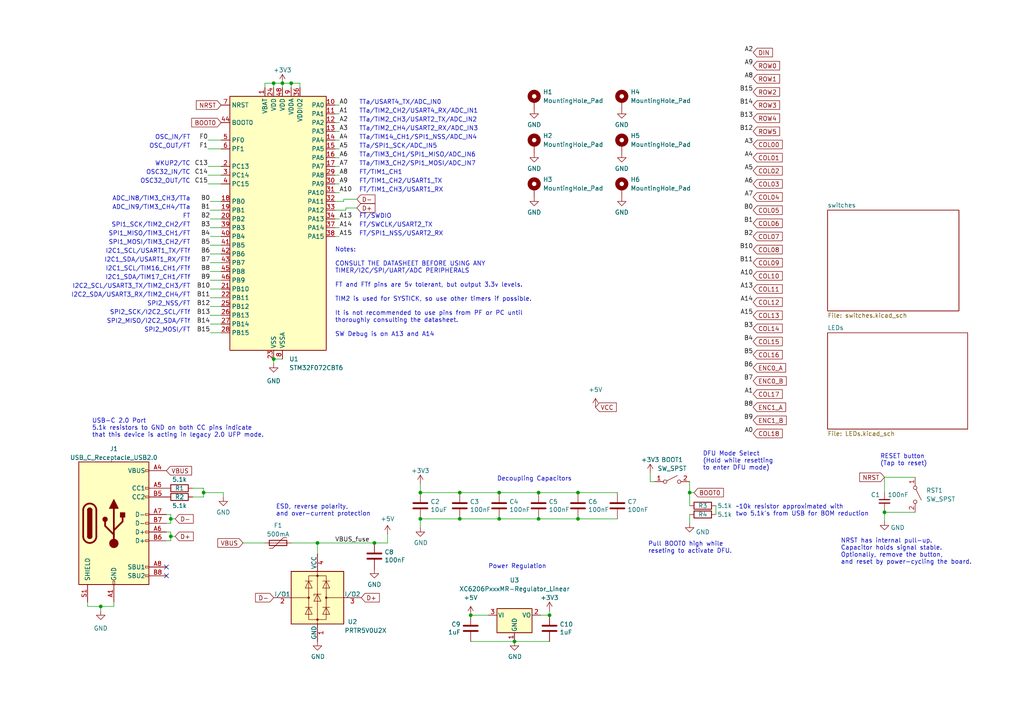
<source format=kicad_sch>
(kicad_sch (version 20231120) (generator "eeschema") (generator_version "8.0")
  (paper "A4")
  (lib_symbols
    (symbol "+5V_1" (power) (pin_names (offset 0))
      (property "Value" "+5V_1" (at 0 3.556 0))
      (symbol "+5V_1_0_1"
        (polyline (pts (xy -0.762 1.27) (xy 0 2.54)))
        (polyline (pts (xy 0 0) (xy 0 2.54)))
        (polyline (pts (xy 0 2.54) (xy 0.762 1.27)))
      )
      (symbol "+5V_1_1_1"
        (pin power_in line (at 0 0 90) (length 0) hide (name "+5V") (number "1"))
      )
    )
    (symbol "Connector:USB_C_Receptacle_USB2.0" (pin_names (offset 1.016))
      (property "Reference" "J" (at -10.16 19.05 0))
      (property "Value" "USB_C_Receptacle_USB2.0" (at 19.05 19.05 0))
      (symbol "USB_C_Receptacle_USB2.0_0_0"
        (rectangle (start -0.254 -17.78) (end 0.254 -16.764))
        (rectangle (start 10.16 -14.986) (end 9.144 -15.494))
        (rectangle (start 10.16 -12.446) (end 9.144 -12.954))
        (rectangle (start 10.16 -4.826) (end 9.144 -5.334))
        (rectangle (start 10.16 -2.286) (end 9.144 -2.794))
        (rectangle (start 10.16 0.254) (end 9.144 -0.254))
        (rectangle (start 10.16 2.794) (end 9.144 2.286))
        (rectangle (start 10.16 7.874) (end 9.144 7.366))
        (rectangle (start 10.16 10.414) (end 9.144 9.906))
        (rectangle (start 10.16 15.494) (end 9.144 14.986))
      )
      (symbol "USB_C_Receptacle_USB2.0_0_1"
        (rectangle (start -10.16 17.78) (end 10.16 -17.78) (stroke (width 0.254)) (fill (type background)))
        (arc (start -8.89 -3.81) (mid -6.985 -5.7067) (end -5.08 -3.81) (stroke (width 0.508)))
        (arc (start -7.62 -3.81) (mid -6.985 -4.4423) (end -6.35 -3.81) (stroke (width 0.254)))
        (arc (start -7.62 -3.81) (mid -6.985 -4.4423) (end -6.35 -3.81) (stroke (width 0.254)) (fill (type outline)))
        (rectangle (start -7.62 -3.81) (end -6.35 3.81) (stroke (width 0.254)) (fill (type outline)))
        (arc (start -6.35 3.81) (mid -6.985 4.4423) (end -7.62 3.81) (stroke (width 0.254)))
        (arc (start -6.35 3.81) (mid -6.985 4.4423) (end -7.62 3.81) (stroke (width 0.254)) (fill (type outline)))
        (arc (start -5.08 3.81) (mid -6.985 5.7067) (end -8.89 3.81) (stroke (width 0.508)))
        (circle (center -2.54 1.143) (radius 0.635) (stroke (width 0.254)) (fill (type outline)))
        (circle (center 0 -5.842) (radius 1.27) (fill (type outline)))
        (polyline (pts (xy -8.89 -3.81) (xy -8.89 3.81)) (stroke (width 0.508)))
        (polyline (pts (xy -5.08 3.81) (xy -5.08 -3.81)) (stroke (width 0.508)))
        (polyline (pts (xy 0 -5.842) (xy 0 4.318)) (stroke (width 0.508)))
        (polyline (pts (xy 0 -3.302) (xy -2.54 -0.762) (xy -2.54 0.508)) (stroke (width 0.508)))
        (polyline (pts (xy 0 -2.032) (xy 2.54 0.508) (xy 2.54 1.778)) (stroke (width 0.508)))
        (polyline (pts (xy -1.27 4.318) (xy 0 6.858) (xy 1.27 4.318) (xy -1.27 4.318)) (stroke (width 0.254)) (fill (type outline)))
        (rectangle (start 1.905 1.778) (end 3.175 3.048) (stroke (width 0.254)) (fill (type outline)))
      )
      (symbol "USB_C_Receptacle_USB2.0_1_1"
        (pin passive line (at 0 -22.86 90) (length 5.08) (name "GND") (number "A1"))
        (pin passive line (at 0 -22.86 90) (length 5.08) hide (name "GND") (number "A12"))
        (pin passive line (at 15.24 15.24 180) (length 5.08) (name "VBUS") (number "A4"))
        (pin bidirectional line (at 15.24 10.16 180) (length 5.08) (name "CC1") (number "A5"))
        (pin bidirectional line (at 15.24 -2.54 180) (length 5.08) (name "D+") (number "A6"))
        (pin bidirectional line (at 15.24 2.54 180) (length 5.08) (name "D-") (number "A7"))
        (pin bidirectional line (at 15.24 -12.7 180) (length 5.08) (name "SBU1") (number "A8"))
        (pin passive line (at 15.24 15.24 180) (length 5.08) hide (name "VBUS") (number "A9"))
        (pin passive line (at 0 -22.86 90) (length 5.08) hide (name "GND") (number "B1"))
        (pin passive line (at 0 -22.86 90) (length 5.08) hide (name "GND") (number "B12"))
        (pin passive line (at 15.24 15.24 180) (length 5.08) hide (name "VBUS") (number "B4"))
        (pin bidirectional line (at 15.24 7.62 180) (length 5.08) (name "CC2") (number "B5"))
        (pin bidirectional line (at 15.24 -5.08 180) (length 5.08) (name "D+") (number "B6"))
        (pin bidirectional line (at 15.24 0 180) (length 5.08) (name "D-") (number "B7"))
        (pin bidirectional line (at 15.24 -15.24 180) (length 5.08) (name "SBU2") (number "B8"))
        (pin passive line (at 15.24 15.24 180) (length 5.08) hide (name "VBUS") (number "B9"))
        (pin passive line (at -7.62 -22.86 90) (length 5.08) (name "SHIELD") (number "S1"))
      )
    )
    (symbol "Device:C" (pin_numbers hide) (pin_names (offset 0.254))
      (property "Reference" "C" (at 0.635 2.54 0))
      (property "Value" "C" (at 0.635 -2.54 0))
      (symbol "C_0_1"
        (polyline (pts (xy -2.032 -0.762) (xy 2.032 -0.762)) (stroke (width 0.508)))
        (polyline (pts (xy -2.032 0.762) (xy 2.032 0.762)) (stroke (width 0.508)))
      )
      (symbol "C_1_1"
        (pin passive line (at 0 3.81 270) (length 2.794) (name "~") (number "1"))
        (pin passive line (at 0 -3.81 90) (length 2.794) (name "~") (number "2"))
      )
    )
    (symbol "Device:C_Small" (pin_numbers hide) (pin_names (offset 0.254) hide)
      (property "Reference" "C" (at 0.254 1.778 0))
      (property "Value" "C_Small" (at 0.254 -2.032 0))
      (symbol "C_Small_0_1"
        (polyline (pts (xy -1.524 -0.508) (xy 1.524 -0.508)) (stroke (width 0.3302)))
        (polyline (pts (xy -1.524 0.508) (xy 1.524 0.508)) (stroke (width 0.3048)))
      )
      (symbol "C_Small_1_1"
        (pin passive line (at 0 2.54 270) (length 2.032) (name "~") (number "1"))
        (pin passive line (at 0 -2.54 90) (length 2.032) (name "~") (number "2"))
      )
    )
    (symbol "Device:Polyfuse" (pin_numbers hide) (pin_names (offset 0))
      (property "Reference" "F" (at -2.54 0 90))
      (property "Value" "Polyfuse" (at 2.54 0 90))
      (symbol "Polyfuse_0_1"
        (rectangle (start -0.762 2.54) (end 0.762 -2.54) (stroke (width 0.254)))
        (polyline (pts (xy 0 2.54) (xy 0 -2.54)))
        (polyline (pts (xy -1.524 2.54) (xy -1.524 1.524) (xy 1.524 -1.524) (xy 1.524 -2.54)))
      )
      (symbol "Polyfuse_1_1"
        (pin passive line (at 0 3.81 270) (length 1.27) (name "~") (number "1"))
        (pin passive line (at 0 -3.81 90) (length 1.27) (name "~") (number "2"))
      )
    )
    (symbol "Device:R" (pin_numbers hide) (pin_names (offset 0))
      (property "Reference" "R" (at 2.032 0 90))
      (property "Value" "R" (at 0 0 90))
      (symbol "R_0_1"
        (rectangle (start -1.016 -2.54) (end 1.016 2.54) (stroke (width 0.254)))
      )
      (symbol "R_1_1"
        (pin passive line (at 0 3.81 270) (length 1.27) (name "~") (number "1"))
        (pin passive line (at 0 -3.81 90) (length 1.27) (name "~") (number "2"))
      )
    )
    (symbol "MCU_ST_STM32F0:STM32F072CBTx"
      (property "Reference" "U" (at -12.7 39.37 0))
      (property "Value" "STM32F072CBTx" (at 10.16 39.37 0))
      (symbol "STM32F072CBTx_0_1"
        (rectangle (start -12.7 -35.56) (end 15.24 38.1) (stroke (width 0.254)) (fill (type background)))
      )
      (symbol "STM32F072CBTx_1_1"
        (pin power_in line (at -2.54 40.64 270) (length 2.54) (name "VBAT") (number "1"))
        (pin bidirectional line (at 17.78 35.56 180) (length 2.54) (name "PA0") (number "10"))
        (pin bidirectional line (at 17.78 33.02 180) (length 2.54) (name "PA1") (number "11"))
        (pin bidirectional line (at 17.78 30.48 180) (length 2.54) (name "PA2") (number "12"))
        (pin bidirectional line (at 17.78 27.94 180) (length 2.54) (name "PA3") (number "13"))
        (pin bidirectional line (at 17.78 25.4 180) (length 2.54) (name "PA4") (number "14"))
        (pin bidirectional line (at 17.78 22.86 180) (length 2.54) (name "PA5") (number "15"))
        (pin bidirectional line (at 17.78 20.32 180) (length 2.54) (name "PA6") (number "16"))
        (pin bidirectional line (at 17.78 17.78 180) (length 2.54) (name "PA7") (number "17"))
        (pin bidirectional line (at -15.24 7.62 0) (length 2.54) (name "PB0") (number "18"))
        (pin bidirectional line (at -15.24 5.08 0) (length 2.54) (name "PB1") (number "19"))
        (pin bidirectional line (at -15.24 17.78 0) (length 2.54) (name "PC13") (number "2"))
        (pin bidirectional line (at -15.24 2.54 0) (length 2.54) (name "PB2") (number "20"))
        (pin bidirectional line (at -15.24 -17.78 0) (length 2.54) (name "PB10") (number "21"))
        (pin bidirectional line (at -15.24 -20.32 0) (length 2.54) (name "PB11") (number "22"))
        (pin power_in line (at 0 -38.1 90) (length 2.54) (name "VSS") (number "23"))
        (pin power_in line (at 0 40.64 270) (length 2.54) (name "VDD") (number "24"))
        (pin bidirectional line (at -15.24 -22.86 0) (length 2.54) (name "PB12") (number "25"))
        (pin bidirectional line (at -15.24 -25.4 0) (length 2.54) (name "PB13") (number "26"))
        (pin bidirectional line (at -15.24 -27.94 0) (length 2.54) (name "PB14") (number "27"))
        (pin bidirectional line (at -15.24 -30.48 0) (length 2.54) (name "PB15") (number "28"))
        (pin bidirectional line (at 17.78 15.24 180) (length 2.54) (name "PA8") (number "29"))
        (pin bidirectional line (at -15.24 15.24 0) (length 2.54) (name "PC14") (number "3"))
        (pin bidirectional line (at 17.78 12.7 180) (length 2.54) (name "PA9") (number "30"))
        (pin bidirectional line (at 17.78 10.16 180) (length 2.54) (name "PA10") (number "31"))
        (pin bidirectional line (at 17.78 7.62 180) (length 2.54) (name "PA11") (number "32"))
        (pin bidirectional line (at 17.78 5.08 180) (length 2.54) (name "PA12") (number "33"))
        (pin bidirectional line (at 17.78 2.54 180) (length 2.54) (name "PA13") (number "34"))
        (pin passive line (at 0 -38.1 90) (length 2.54) hide (name "VSS") (number "35"))
        (pin power_in line (at 7.62 40.64 270) (length 2.54) (name "VDDIO2") (number "36"))
        (pin bidirectional line (at 17.78 0 180) (length 2.54) (name "PA14") (number "37"))
        (pin bidirectional line (at 17.78 -2.54 180) (length 2.54) (name "PA15") (number "38"))
        (pin bidirectional line (at -15.24 0 0) (length 2.54) (name "PB3") (number "39"))
        (pin bidirectional line (at -15.24 12.7 0) (length 2.54) (name "PC15") (number "4"))
        (pin bidirectional line (at -15.24 -2.54 0) (length 2.54) (name "PB4") (number "40"))
        (pin bidirectional line (at -15.24 -5.08 0) (length 2.54) (name "PB5") (number "41"))
        (pin bidirectional line (at -15.24 -7.62 0) (length 2.54) (name "PB6") (number "42"))
        (pin bidirectional line (at -15.24 -10.16 0) (length 2.54) (name "PB7") (number "43"))
        (pin input line (at -15.24 30.48 0) (length 2.54) (name "BOOT0") (number "44"))
        (pin bidirectional line (at -15.24 -12.7 0) (length 2.54) (name "PB8") (number "45"))
        (pin bidirectional line (at -15.24 -15.24 0) (length 2.54) (name "PB9") (number "46"))
        (pin passive line (at 0 -38.1 90) (length 2.54) hide (name "VSS") (number "47"))
        (pin power_in line (at 2.54 40.64 270) (length 2.54) (name "VDD") (number "48"))
        (pin bidirectional line (at -15.24 25.4 0) (length 2.54) (name "PF0") (number "5"))
        (pin bidirectional line (at -15.24 22.86 0) (length 2.54) (name "PF1") (number "6"))
        (pin input line (at -15.24 35.56 0) (length 2.54) (name "NRST") (number "7"))
        (pin power_in line (at 2.54 -38.1 90) (length 2.54) (name "VSSA") (number "8"))
        (pin power_in line (at 5.08 40.64 270) (length 2.54) (name "VDDA") (number "9"))
      )
    )
    (symbol "Mechanical:MountingHole_Pad" (pin_numbers hide) (pin_names (offset 1.016) hide) (exclude_from_sim yes) (in_bom no)
      (property "Reference" "H" (at 0 6.35 0))
      (property "Value" "MountingHole_Pad" (at 0 4.445 0))
      (symbol "MountingHole_Pad_0_1"
        (circle (center 0 1.27) (radius 1.27) (stroke (width 1.27)))
      )
      (symbol "MountingHole_Pad_1_1"
        (pin input line (at 0 -2.54 90) (length 2.54) (name "1") (number "1"))
      )
    )
    (symbol "Power_Protection:PRTR5V0U2X" (pin_names (offset 0))
      (property "Reference" "D" (at 2.794 8.636 0))
      (property "Value" "PRTR5V0U2X" (at 8.128 -9.398 0))
      (symbol "PRTR5V0U2X_0_1"
        (rectangle (start -7.62 -7.62) (end 7.62 7.62) (stroke (width 0.254)) (fill (type background)))
        (circle (center -2.54 0) (radius 0.254) (fill (type outline)))
        (rectangle (start -2.54 6.35) (end 2.54 -6.35))
        (circle (center 0 -6.35) (radius 0.254) (fill (type outline)))
        (polyline (pts (xy -2.54 0) (xy -7.62 0)))
        (polyline (pts (xy -1.524 -2.794) (xy -3.556 -2.794)))
        (polyline (pts (xy -1.524 4.826) (xy -3.556 4.826)))
        (polyline (pts (xy 0 -7.62) (xy 0 7.62)))
        (polyline (pts (xy 1.524 -2.794) (xy 3.556 -2.794)))
        (polyline (pts (xy 1.524 4.826) (xy 3.556 4.826)))
        (polyline (pts (xy 2.54 0) (xy 7.62 0)))
        (polyline (pts (xy 1.016 1.016) (xy -1.016 1.016) (xy -1.016 0.508)))
        (polyline (pts (xy -3.556 -4.826) (xy -1.524 -4.826) (xy -2.54 -2.794) (xy -3.556 -4.826)))
        (polyline (pts (xy -3.556 2.794) (xy -1.524 2.794) (xy -2.54 4.826) (xy -3.556 2.794)))
        (polyline (pts (xy -1.016 -1.016) (xy 1.016 -1.016) (xy 0 1.016) (xy -1.016 -1.016)))
        (polyline (pts (xy 3.556 -4.826) (xy 1.524 -4.826) (xy 2.54 -2.794) (xy 3.556 -4.826)))
        (polyline (pts (xy 3.556 2.794) (xy 1.524 2.794) (xy 2.54 4.826) (xy 3.556 2.794)))
        (circle (center 0 6.35) (radius 0.254) (fill (type outline)))
        (circle (center 2.54 0) (radius 0.254) (fill (type outline)))
      )
      (symbol "PRTR5V0U2X_1_1"
        (pin passive line (at 0 -12.7 90) (length 5.08) (name "GND") (number "1"))
        (pin passive line (at -12.7 0 0) (length 5.08) (name "I/O1") (number "2"))
        (pin passive line (at 12.7 0 180) (length 5.08) (name "I/O2") (number "3"))
        (pin passive line (at 0 12.7 270) (length 5.08) (name "VCC") (number "4"))
      )
    )
    (symbol "Switch:SW_SPST" (pin_names (offset 0) hide)
      (property "Reference" "SW" (at 0 3.175 0))
      (property "Value" "SW_SPST" (at 0 -2.54 0))
      (symbol "SW_SPST_0_0"
        (circle (center -2.032 0) (radius 0.508))
        (polyline (pts (xy -1.524 0.254) (xy 1.524 1.778)))
        (circle (center 2.032 0) (radius 0.508))
      )
      (symbol "SW_SPST_1_1"
        (pin passive line (at -5.08 0 0) (length 2.54) (name "A") (number "1"))
        (pin passive line (at 5.08 0 180) (length 2.54) (name "B") (number "2"))
      )
    )
    (symbol "kicad-keyboard-parts:XC6206PxxxMR-Regulator_Linear" (pin_names (offset 0.254))
      (property "Reference" "U" (at -3.81 3.175 0))
      (property "Value" "XC6206PxxxMR-Regulator_Linear" (at 0 3.175 0))
      (property "LCSC" "C5446" (at 0 0 0))
      (symbol "XC6206PxxxMR-Regulator_Linear_0_1"
        (rectangle (start -5.08 1.905) (end 5.08 -5.08) (stroke (width 0.254)) (fill (type background)))
      )
      (symbol "XC6206PxxxMR-Regulator_Linear_1_1"
        (pin power_in line (at 0 -7.62 90) (length 2.54) (name "GND") (number "1"))
        (pin power_out line (at 7.62 0 180) (length 2.54) (name "VO") (number "2"))
        (pin power_in line (at -7.62 0 0) (length 2.54) (name "VI") (number "3"))
      )
    )
    (symbol "power:+3V3" (power) (pin_names (offset 0))
      (property "Value" "+3V3" (at 0 3.556 0))
      (symbol "+3V3_0_1"
        (polyline (pts (xy -0.762 1.27) (xy 0 2.54)))
        (polyline (pts (xy 0 0) (xy 0 2.54)))
        (polyline (pts (xy 0 2.54) (xy 0.762 1.27)))
      )
      (symbol "+3V3_1_1"
        (pin power_in line (at 0 0 90) (length 0) hide (name "+3V3") (number "1"))
      )
    )
    (symbol "power:+5V" (power) (pin_names (offset 0))
      (property "Value" "+5V" (at 0 3.556 0))
      (symbol "+5V_0_1"
        (polyline (pts (xy -0.762 1.27) (xy 0 2.54)))
        (polyline (pts (xy 0 0) (xy 0 2.54)))
        (polyline (pts (xy 0 2.54) (xy 0.762 1.27)))
      )
      (symbol "+5V_1_1"
        (pin power_in line (at 0 0 90) (length 0) hide (name "+5V") (number "1"))
      )
    )
    (symbol "power:GND" (power) (pin_names (offset 0))
      (property "Value" "GND" (at 0 -3.81 0))
      (symbol "GND_0_1"
        (polyline (pts (xy 0 0) (xy 0 -1.27) (xy 1.27 -1.27) (xy 0 -2.54) (xy -1.27 -1.27) (xy 0 -1.27)))
      )
      (symbol "GND_1_1"
        (pin power_in line (at 0 0 270) (length 0) hide (name "GND") (number "1"))
      )
    )
  )
  (junction (at 200.025 142.875))
  (junction (at 81.915 24.13))
  (junction (at 159.385 178.435))
  (junction (at 59.055 142.875))
  (junction (at 79.375 24.13))
  (junction (at 156.21 150.495))
  (junction (at 136.525 178.435))
  (junction (at 156.21 142.875))
  (junction (at 121.92 150.495))
  (junction (at 149.225 186.055) (diameter 0.9144))
  (junction (at 256.54 148.59))
  (junction (at 121.92 142.875))
  (junction (at 79.375 104.14))
  (junction (at 144.78 150.495))
  (junction (at 133.35 150.495))
  (junction (at 167.64 150.495))
  (junction (at 167.64 142.875))
  (junction (at 92.075 157.48))
  (junction (at 144.78 142.875))
  (junction (at 108.585 157.48))
  (junction (at 49.53 155.575))
  (junction (at 29.21 175.895))
  (junction (at 49.53 150.495))
  (junction (at 133.35 142.875))
  (junction (at 84.455 24.13))
  (no_connect (at 48.26 167.005))
  (no_connect (at 48.26 164.465))
  (wire (pts (xy 167.64 150.495) (xy 179.07 150.495)))
  (wire (pts (xy 48.26 156.845) (xy 49.53 156.845)))
  (wire (pts (xy 60.96 76.2) (xy 64.135 76.2)))
  (wire (pts (xy 98.425 40.64) (xy 97.155 40.64)))
  (wire (pts (xy 29.21 175.895) (xy 33.02 175.895)))
  (wire (pts (xy 60.96 60.96) (xy 64.135 60.96)))
  (wire (pts (xy 86.995 24.13) (xy 86.995 25.4)))
  (wire (pts (xy 48.26 149.225) (xy 49.53 149.225)))
  (wire (pts (xy 98.425 53.34) (xy 97.155 53.34)))
  (wire (pts (xy 59.055 144.145) (xy 59.055 142.875)))
  (wire (pts (xy 144.78 150.495) (xy 133.35 150.495)))
  (wire (pts (xy 55.88 144.145) (xy 59.055 144.145)))
  (wire (pts (xy 98.425 48.26) (xy 97.155 48.26)))
  (wire (pts (xy 49.53 150.495) (xy 49.53 151.765)))
  (wire (pts (xy 59.055 142.875) (xy 59.055 141.605)))
  (wire (pts (xy 189.865 139.7) (xy 188.595 139.7)))
  (wire (pts (xy 29.21 177.165) (xy 29.21 175.895)))
  (wire (pts (xy 84.455 24.13) (xy 84.455 25.4)))
  (wire (pts (xy 98.425 35.56) (xy 97.155 35.56)))
  (wire (pts (xy 59.055 142.875) (xy 64.77 142.875)))
  (wire (pts (xy 144.78 142.875) (xy 133.35 142.875)))
  (wire (pts (xy 60.96 63.5) (xy 64.135 63.5)))
  (wire (pts (xy 84.455 24.13) (xy 86.995 24.13)))
  (wire (pts (xy 200.025 142.875) (xy 201.295 142.875)))
  (wire (pts (xy 60.96 78.74) (xy 64.135 78.74)))
  (wire (pts (xy 79.375 24.13) (xy 79.375 25.4)))
  (wire (pts (xy 55.88 141.605) (xy 59.055 141.605)))
  (wire (pts (xy 149.225 186.055) (xy 159.385 186.055)))
  (wire (pts (xy 60.96 93.98) (xy 64.135 93.98)))
  (wire (pts (xy 79.375 105.41) (xy 79.375 104.14)))
  (wire (pts (xy 60.96 83.82) (xy 64.135 83.82)))
  (wire (pts (xy 98.425 38.1) (xy 97.155 38.1)))
  (wire (pts (xy 256.54 151.13) (xy 256.54 148.59)))
  (wire (pts (xy 60.96 73.66) (xy 64.135 73.66)))
  (wire (pts (xy 136.525 178.435) (xy 141.605 178.435)))
  (wire (pts (xy 207.645 146.685) (xy 207.645 149.225)))
  (wire (pts (xy 156.21 142.875) (xy 167.64 142.875)))
  (wire (pts (xy 98.425 63.5) (xy 97.155 63.5)))
  (wire (pts (xy 60.96 71.12) (xy 64.135 71.12)))
  (wire (pts (xy 108.585 157.48) (xy 112.395 157.48)))
  (wire (pts (xy 188.595 139.7) (xy 188.595 137.16)))
  (wire (pts (xy 100.33 60.325) (xy 100.33 60.96)))
  (wire (pts (xy 60.96 66.04) (xy 64.135 66.04)))
  (wire (pts (xy 76.835 24.13) (xy 76.835 25.4)))
  (wire (pts (xy 98.425 43.18) (xy 97.155 43.18)))
  (wire (pts (xy 60.96 91.44) (xy 64.135 91.44)))
  (wire (pts (xy 256.54 138.43) (xy 265.43 138.43)))
  (wire (pts (xy 156.845 178.435) (xy 159.385 178.435)))
  (wire (pts (xy 144.78 142.875) (xy 156.21 142.875)))
  (wire (pts (xy 98.425 45.72) (xy 97.155 45.72)))
  (wire (pts (xy 200.025 139.7) (xy 200.025 142.875)))
  (wire (pts (xy 84.455 24.13) (xy 81.915 24.13)))
  (wire (pts (xy 60.96 58.42) (xy 64.135 58.42)))
  (wire (pts (xy 256.54 138.43) (xy 256.54 142.875)))
  (wire (pts (xy 98.425 55.88) (xy 97.155 55.88)))
  (wire (pts (xy 60.96 86.36) (xy 64.135 86.36)))
  (wire (pts (xy 70.485 157.48) (xy 76.835 157.48)))
  (wire (pts (xy 100.33 60.96) (xy 97.155 60.96)))
  (wire (pts (xy 121.92 153.035) (xy 121.92 150.495)))
  (wire (pts (xy 49.53 156.845) (xy 49.53 155.575)))
  (wire (pts (xy 60.325 48.26) (xy 64.135 48.26)))
  (wire (pts (xy 60.325 50.8) (xy 64.135 50.8)))
  (wire (pts (xy 48.26 154.305) (xy 49.53 154.305)))
  (wire (pts (xy 84.455 157.48) (xy 92.075 157.48)))
  (wire (pts (xy 79.375 104.14) (xy 81.915 104.14)))
  (wire (pts (xy 167.64 142.875) (xy 179.07 142.875)))
  (wire (pts (xy 121.92 140.335) (xy 121.92 142.875)))
  (wire (pts (xy 60.96 96.52) (xy 64.135 96.52)))
  (wire (pts (xy 256.54 148.59) (xy 256.54 147.955)))
  (wire (pts (xy 49.53 150.495) (xy 50.8 150.495)))
  (wire (pts (xy 79.375 24.13) (xy 81.915 24.13)))
  (wire (pts (xy 256.54 148.59) (xy 265.43 148.59)))
  (wire (pts (xy 200.025 149.225) (xy 200.025 151.765)))
  (wire (pts (xy 60.325 40.64) (xy 64.135 40.64)))
  (wire (pts (xy 60.96 88.9) (xy 64.135 88.9)))
  (wire (pts (xy 60.96 81.28) (xy 64.135 81.28)))
  (wire (pts (xy 25.4 175.895) (xy 29.21 175.895)))
  (wire (pts (xy 112.395 154.94) (xy 112.395 157.48)))
  (wire (pts (xy 76.835 24.13) (xy 79.375 24.13)))
  (wire (pts (xy 60.96 68.58) (xy 64.135 68.58)))
  (wire (pts (xy 200.025 142.875) (xy 200.025 146.685)))
  (wire (pts (xy 48.26 151.765) (xy 49.53 151.765)))
  (wire (pts (xy 99.695 57.785) (xy 99.695 58.42)))
  (wire (pts (xy 25.4 174.625) (xy 25.4 175.895)))
  (wire (pts (xy 103.505 60.325) (xy 100.33 60.325)))
  (wire (pts (xy 49.53 154.305) (xy 49.53 155.575)))
  (wire (pts (xy 98.425 50.8) (xy 97.155 50.8)))
  (wire (pts (xy 98.425 33.02) (xy 97.155 33.02)))
  (wire (pts (xy 98.425 66.04) (xy 97.155 66.04)))
  (wire (pts (xy 49.53 155.575) (xy 50.8 155.575)))
  (wire (pts (xy 133.35 150.495) (xy 121.92 150.495)))
  (wire (pts (xy 159.385 177.165) (xy 159.385 178.435)))
  (wire (pts (xy 64.77 142.875) (xy 64.77 144.145)))
  (wire (pts (xy 33.02 175.895) (xy 33.02 174.625)))
  (wire (pts (xy 99.695 58.42) (xy 97.155 58.42)))
  (wire (pts (xy 92.075 157.48) (xy 92.075 160.655)))
  (wire (pts (xy 60.325 43.18) (xy 64.135 43.18)))
  (wire (pts (xy 103.505 57.785) (xy 99.695 57.785)))
  (wire (pts (xy 149.225 186.055) (xy 136.525 186.055)))
  (wire (pts (xy 92.075 157.48) (xy 108.585 157.48)))
  (wire (pts (xy 98.425 30.48) (xy 97.155 30.48)))
  (wire (pts (xy 98.425 68.58) (xy 97.155 68.58)))
  (wire (pts (xy 81.915 24.13) (xy 81.915 25.4)))
  (wire (pts (xy 133.35 142.875) (xy 121.92 142.875)))
  (wire (pts (xy 49.53 149.225) (xy 49.53 150.495)))
  (wire (pts (xy 144.78 150.495) (xy 156.21 150.495)))
  (wire (pts (xy 156.21 150.495) (xy 167.64 150.495)))
  (wire (pts (xy 60.325 53.34) (xy 64.135 53.34)))
  (text "SPI1_SCK/TIM2_CH2/FT" (at 55.245 66.04 0) (effects (font (size 1.27 1.27)) (justify right bottom)))
  (text "FT/TIM1_CH1" (at 104.14 50.8 0) (effects (font (size 1.27 1.27)) (justify left bottom)))
  (text "FT/TIM1_CH3/USART1_RX" (at 104.14 55.88 0) (effects (font (size 1.27 1.27)) (justify left bottom)))
  (text "SPI2_NSS/FT" (at 55.245 88.9 0) (effects (font (size 1.27 1.27)) (justify right bottom)))
  (text "Notes:\n\nCONSULT THE DATASHEET BEFORE USING ANY \nTIMER/I2C/SPI/UART/ADC PERIPHERALS\n\nFT and FTf pins are 5v tolerant, but output 3.3v levels.\n\nTIM2 is used for SYSTICK, so use other timers if possible.\n\nIt is not recommended to use pins from PF or PC until\nthoroughly consulting the datasheet.\n\nSW Debug is on A13 and A14" (at 97.155 97.79 0) (effects (font (size 1.27 1.27)) (justify left bottom)))
  (text "TTa/TIM2_CH4/USART2_RX/ADC_IN3" (at 104.14 38.1 0) (effects (font (size 1.27 1.27)) (justify left bottom)))
  (text "NRST has internal pull-up.\nCapacitor holds signal stable.\nOptionally, remove the button,\nand reset by power-cycling the board." (at 243.84 163.83 0) (effects (font (size 1.27 1.27)) (justify left bottom)))
  (text "FT/SWDIO" (at 104.14 63.5 0) (effects (font (size 1.27 1.27)) (justify left bottom)))
  (text "Decoupling Capacitors" (at 144.145 139.7 0) (effects (font (size 1.27 1.27)) (justify left bottom)))
  (text "SPI1_MOSI/TIM3_CH2/FT" (at 55.245 71.12 0) (effects (font (size 1.27 1.27)) (justify right bottom)))
  (text "ADC_IN9/TIM3_CH4/TTa" (at 55.245 60.96 0) (effects (font (size 1.27 1.27)) (justify right bottom)))
  (text "I2C2_SCL/USART3_TX/TIM2_CH3/FT" (at 55.245 83.82 0) (effects (font (size 1.27 1.27)) (justify right bottom)))
  (text "SPI2_MISO/I2C2_SDA/FTf" (at 55.245 93.98 0) (effects (font (size 1.27 1.27)) (justify right bottom)))
  (text "FT/SWCLK/USART2_TX" (at 104.14 66.04 0) (effects (font (size 1.27 1.27)) (justify left bottom)))
  (text "I2C1_SCL/TIM16_CH1/FTf" (at 55.245 78.74 0) (effects (font (size 1.27 1.27)) (justify right bottom)))
  (text "~10k resistor approximated with\ntwo 5.1k's from USB for BOM reduction" (at 213.36 149.86 0) (effects (font (size 1.27 1.27)) (justify left bottom)))
  (text "TTa/TIM2_CH2/USART4_RX/ADC_IN1" (at 104.14 33.02 0) (effects (font (size 1.27 1.27)) (justify left bottom)))
  (text "USB-C 2.0 Port\n5.1k resistors to GND on both CC pins indicate\nthat this device is acting in legacy 2.0 UFP mode." (at 26.67 127 0) (effects (font (size 1.27 1.27)) (justify left bottom)))
  (text "TTa/TIM2_CH3/USART2_TX/ADC_IN2" (at 104.14 35.56 0) (effects (font (size 1.27 1.27)) (justify left bottom)))
  (text "OSC_IN/FT" (at 55.245 40.64 0) (effects (font (size 1.27 1.27)) (justify right bottom)))
  (text "DFU Mode Select\n(Hold while resetting\nto enter DFU mode)" (at 203.835 136.525 0) (effects (font (size 1.27 1.27)) (justify left bottom)))
  (text "WKUP2/TC" (at 55.245 48.26 0) (effects (font (size 1.27 1.27)) (justify right bottom)))
  (text "I2C2_SDA/USART3_RX/TIM2_CH4/FT" (at 55.245 86.36 0) (effects (font (size 1.27 1.27)) (justify right bottom)))
  (text "ADC_IN8/TIM3_CH3/TTa" (at 55.245 58.42 0) (effects (font (size 1.27 1.27)) (justify right bottom)))
  (text "RESET button\n(Tap to reset)" (at 255.27 135.255 0) (effects (font (size 1.27 1.27)) (justify left bottom)))
  (text "Pull BOOT0 high while \nreseting to activate DFU." (at 187.96 160.655 0) (effects (font (size 1.27 1.27)) (justify left bottom)))
  (text "I2C1_SDA/TIM17_CH1/FTf" (at 55.245 81.28 0) (effects (font (size 1.27 1.27)) (justify right bottom)))
  (text "TTa/SPI1_SCK/ADC_IN5" (at 104.14 43.18 0) (effects (font (size 1.27 1.27)) (justify left bottom)))
  (text "TTa/TIM3_CH1/SPI1_MISO/ADC_IN6" (at 104.14 45.72 0) (effects (font (size 1.27 1.27)) (justify left bottom)))
  (text "TTa/TIM3_CH2/SPI1_MOSI/ADC_IN7" (at 104.14 48.26 0) (effects (font (size 1.27 1.27)) (justify left bottom)))
  (text "OSC32_OUT/TC" (at 55.245 53.34 0) (effects (font (size 1.27 1.27)) (justify right bottom)))
  (text "FT/SPI1_NSS/USART2_RX" (at 104.14 68.58 0) (effects (font (size 1.27 1.27)) (justify left bottom)))
  (text "SPI1_MISO/TIM3_CH1/FT" (at 55.245 68.58 0) (effects (font (size 1.27 1.27)) (justify right bottom)))
  (text "OSC32_IN/TC" (at 55.245 50.8 0) (effects (font (size 1.27 1.27)) (justify right bottom)))
  (text "TTa/TIM14_CH1/SPI1_NSS/ADC_IN4" (at 104.14 40.64 0) (effects (font (size 1.27 1.27)) (justify left bottom)))
  (text "I2C1_SDA/USART1_RX/FTf" (at 55.245 76.2 0) (effects (font (size 1.27 1.27)) (justify right bottom)))
  (text "SPI2_MOSI/FT" (at 55.245 96.52 0) (effects (font (size 1.27 1.27)) (justify right bottom)))
  (text "FT/TIM1_CH2/USART1_TX" (at 104.14 53.34 0) (effects (font (size 1.27 1.27)) (justify left bottom)))
  (text "Power Regulation" (at 141.605 165.1 0) (effects (font (size 1.27 1.27)) (justify left bottom)))
  (text "SPI2_SCK/I2C2_SCL/FTf" (at 55.245 91.44 0) (effects (font (size 1.27 1.27)) (justify right bottom)))
  (text "OSC_OUT/FT" (at 55.245 43.18 0) (effects (font (size 1.27 1.27)) (justify right bottom)))
  (text "ESD, reverse polarity,\nand over-current protection" (at 80.01 149.86 0) (effects (font (size 1.27 1.27)) (justify left bottom)))
  (text "FT" (at 55.245 63.5 0) (effects (font (size 1.27 1.27)) (justify right bottom)))
  (text "TTa/USART4_TX/ADC_IN0" (at 104.14 30.48 0) (effects (font (size 1.27 1.27)) (justify left bottom)))
  (text "I2C1_SCL/USART1_TX/FTf" (at 55.245 73.66 0) (effects (font (size 1.27 1.27)) (justify right bottom)))
  (label "A1" (at 98.425 33.02 0))
  (label "B15" (at 218.44 26.67 180))
  (label "A15" (at 218.44 91.44 180))
  (label "B10" (at 218.44 72.39 180))
  (label "A3" (at 98.425 38.1 0))
  (label "A13" (at 98.425 63.5 0))
  (label "A10" (at 98.425 55.88 0))
  (label "B9" (at 218.44 121.92 180))
  (label "B7" (at 218.44 110.49 180))
  (label "A5" (at 218.44 49.53 180))
  (label "A1" (at 218.44 114.3 180))
  (label "B7" (at 60.96 76.2 180))
  (label "B13" (at 60.96 91.44 180))
  (label "A6" (at 98.425 45.72 0))
  (label "B3" (at 218.44 95.25 180))
  (label "B1" (at 60.96 60.96 180))
  (label "B9" (at 60.96 81.28 180))
  (label "A4" (at 218.44 45.72 180))
  (label "B13" (at 218.44 34.29 180))
  (label "B5" (at 60.96 71.12 180))
  (label "B6" (at 218.44 106.68 180))
  (label "B12" (at 218.44 38.1 180))
  (label "B1" (at 218.44 64.77 180))
  (label "B14" (at 60.96 93.98 180))
  (label "A8" (at 98.425 50.8 0))
  (label "B0" (at 60.96 58.42 180))
  (label "B8" (at 218.44 118.11 180))
  (label "A2" (at 218.44 15.24 180))
  (label "A9" (at 98.425 53.34 0))
  (label "VBUS_fuse" (at 97.155 157.48 0))
  (label "A2" (at 98.425 35.56 0))
  (label "B5" (at 218.44 102.87 180))
  (label "B4" (at 218.44 99.06 180))
  (label "B8" (at 60.96 78.74 180))
  (label "A6" (at 218.44 53.34 180))
  (label "A4" (at 98.425 40.64 0))
  (label "B12" (at 60.96 88.9 180))
  (label "B4" (at 60.96 68.58 180))
  (label "C14" (at 60.325 50.8 180))
  (label "B6" (at 60.96 73.66 180))
  (label "B15" (at 60.96 96.52 180))
  (label "A14" (at 98.425 66.04 0))
  (label "B0" (at 218.44 60.96 180))
  (label "A10" (at 218.44 80.01 180))
  (label "B14" (at 218.44 30.48 180))
  (label "A0" (at 218.44 125.73 180))
  (label "B10" (at 60.96 83.82 180))
  (label "B11" (at 60.96 86.36 180))
  (label "B11" (at 218.44 76.2 180))
  (label "C15" (at 60.325 53.34 180))
  (label "B3" (at 60.96 66.04 180))
  (label "B2" (at 218.44 68.58 180))
  (label "A0" (at 98.425 30.48 0))
  (label "B2" (at 60.96 63.5 180))
  (label "F1" (at 60.325 43.18 180))
  (label "A3" (at 218.44 41.91 180))
  (label "A7" (at 218.44 57.15 180))
  (label "A13" (at 218.44 83.82 180))
  (label "A5" (at 98.425 43.18 0))
  (label "A7" (at 98.425 48.26 0))
  (label "A14" (at 218.44 87.63 180))
  (label "A9" (at 218.44 19.05 180))
  (label "A8" (at 218.44 22.86 180))
  (label "C13" (at 60.325 48.26 180))
  (label "F0" (at 60.325 40.64 180))
  (label "A15" (at 98.425 68.58 0))
  (global_label "COL02" (shape input) (at 218.44 49.53 0) (property "Intersheetrefs" "${INTERSHEET_REFS}" (effects (hide yes))))
  (global_label "VCC" (shape input) (at 172.72 118.11 0) (property "Intersheetrefs" "${INTERSHEET_REFS}" (effects (hide yes))))
  (global_label "ROW0" (shape input) (at 218.44 19.05 0) (property "Intersheetrefs" "${INTERSHEET_REFS}" (effects (hide yes))))
  (global_label "ROW1" (shape input) (at 218.44 22.86 0) (property "Intersheetrefs" "${INTERSHEET_REFS}" (effects (hide yes))))
  (global_label "COL15" (shape input) (at 218.44 99.06 0) (property "Intersheetrefs" "${INTERSHEET_REFS}" (effects (hide yes))))
  (global_label "COL07" (shape input) (at 218.44 68.58 0) (property "Intersheetrefs" "${INTERSHEET_REFS}" (effects (hide yes))))
  (global_label "VBUS" (shape input) (at 70.485 157.48 180) (property "Intersheetrefs" "${INTERSHEET_REFS}" (effects (hide yes))))
  (global_label "D-" (shape input) (at 103.505 57.785 0) (property "Intersheetrefs" "${INTERSHEET_REFS}" (effects (hide yes))))
  (global_label "COL05" (shape input) (at 218.44 60.96 0) (property "Intersheetrefs" "${INTERSHEET_REFS}" (effects (hide yes))))
  (global_label "COL06" (shape input) (at 218.44 64.77 0) (property "Intersheetrefs" "${INTERSHEET_REFS}" (effects (hide yes))))
  (global_label "ENC1_A" (shape input) (at 218.44 118.11 0) (property "Intersheetrefs" "${INTERSHEET_REFS}" (effects (hide yes))))
  (global_label "ROW3" (shape input) (at 218.44 30.48 0) (property "Intersheetrefs" "${INTERSHEET_REFS}" (effects (hide yes))))
  (global_label "D-" (shape input) (at 79.375 173.355 180) (property "Intersheetrefs" "${INTERSHEET_REFS}" (effects (hide yes))))
  (global_label "COL03" (shape input) (at 218.44 53.34 0) (property "Intersheetrefs" "${INTERSHEET_REFS}" (effects (hide yes))))
  (global_label "COL04" (shape input) (at 218.44 57.15 0) (property "Intersheetrefs" "${INTERSHEET_REFS}" (effects (hide yes))))
  (global_label "BOOT0" (shape input) (at 64.135 35.56 180) (property "Intersheetrefs" "${INTERSHEET_REFS}" (effects (hide yes))))
  (global_label "COL12" (shape input) (at 218.44 87.63 0) (property "Intersheetrefs" "${INTERSHEET_REFS}" (effects (hide yes))))
  (global_label "D+" (shape input) (at 103.505 60.325 0) (property "Intersheetrefs" "${INTERSHEET_REFS}" (effects (hide yes))))
  (global_label "COL17" (shape input) (at 218.44 114.3 0) (property "Intersheetrefs" "${INTERSHEET_REFS}" (effects (hide yes))))
  (global_label "ENC0_A" (shape input) (at 218.44 106.68 0) (property "Intersheetrefs" "${INTERSHEET_REFS}" (effects (hide yes))))
  (global_label "D+" (shape input) (at 104.775 173.355 0) (property "Intersheetrefs" "${INTERSHEET_REFS}" (effects (hide yes))))
  (global_label "ROW4" (shape input) (at 218.44 34.29 0) (property "Intersheetrefs" "${INTERSHEET_REFS}" (effects (hide yes))))
  (global_label "D-" (shape input) (at 50.8 150.495 0) (property "Intersheetrefs" "${INTERSHEET_REFS}" (effects (hide yes))))
  (global_label "ROW5" (shape input) (at 218.44 38.1 0) (property "Intersheetrefs" "${INTERSHEET_REFS}" (effects (hide yes))))
  (global_label "COL08" (shape input) (at 218.44 72.39 0) (property "Intersheetrefs" "${INTERSHEET_REFS}" (effects (hide yes))))
  (global_label "ENC1_B" (shape input) (at 218.44 121.92 0) (property "Intersheetrefs" "${INTERSHEET_REFS}" (effects (hide yes))))
  (global_label "COL11" (shape input) (at 218.44 83.82 0) (property "Intersheetrefs" "${INTERSHEET_REFS}" (effects (hide yes))))
  (global_label "ENC0_B" (shape input) (at 218.44 110.49 0) (property "Intersheetrefs" "${INTERSHEET_REFS}" (effects (hide yes))))
  (global_label "COL18" (shape input) (at 218.44 125.73 0) (property "Intersheetrefs" "${INTERSHEET_REFS}" (effects (hide yes))))
  (global_label "COL00" (shape input) (at 218.44 41.91 0) (property "Intersheetrefs" "${INTERSHEET_REFS}" (effects (hide yes))))
  (global_label "COL13" (shape input) (at 218.44 91.44 0) (property "Intersheetrefs" "${INTERSHEET_REFS}" (effects (hide yes))))
  (global_label "NRST" (shape input) (at 256.54 138.43 180) (property "Intersheetrefs" "${INTERSHEET_REFS}" (effects (hide yes))))
  (global_label "COL14" (shape input) (at 218.44 95.25 0) (property "Intersheetrefs" "${INTERSHEET_REFS}" (effects (hide yes))))
  (global_label "NRST" (shape input) (at 64.135 30.48 180) (property "Intersheetrefs" "${INTERSHEET_REFS}" (effects (hide yes))))
  (global_label "BOOT0" (shape input) (at 201.295 142.875 0) (property "Intersheetrefs" "${INTERSHEET_REFS}" (effects (hide yes))))
  (global_label "COL01" (shape input) (at 218.44 45.72 0) (property "Intersheetrefs" "${INTERSHEET_REFS}" (effects (hide yes))))
  (global_label "DIN" (shape input) (at 218.44 15.24 0) (property "Intersheetrefs" "${INTERSHEET_REFS}" (effects (hide yes))))
  (global_label "D+" (shape input) (at 50.8 155.575 0) (property "Intersheetrefs" "${INTERSHEET_REFS}" (effects (hide yes))))
  (global_label "COL16" (shape input) (at 218.44 102.87 0) (property "Intersheetrefs" "${INTERSHEET_REFS}" (effects (hide yes))))
  (global_label "COL10" (shape input) (at 218.44 80.01 0) (property "Intersheetrefs" "${INTERSHEET_REFS}" (effects (hide yes))))
  (global_label "VBUS" (shape input) (at 48.26 136.525 0) (property "Intersheetrefs" "${INTERSHEET_REFS}" (effects (hide yes))))
  (global_label "ROW2" (shape input) (at 218.44 26.67 0) (property "Intersheetrefs" "${INTERSHEET_REFS}" (effects (hide yes))))
  (global_label "COL09" (shape input) (at 218.44 76.2 0) (property "Intersheetrefs" "${INTERSHEET_REFS}" (effects (hide yes))))
  (symbol (lib_id "Mechanical:MountingHole_Pad") (at 154.94 29.21 0) (unit 1) (exclude_from_sim yes) (in_bom no)
    (property "Reference" "H1" (at 157.48 26.6699 0) (effects (justify left)))
    (property "Value" "MountingHole_Pad" (at 157.48 29.2099 0) (effects (justify left)))
    (property "Footprint" "MountingHole:MountingHole_3.2mm_M3_DIN965_Pad" (effects (hide yes)))
    (property "Description" "Mounting Hole with connection" (effects (hide yes)))
  )
  (symbol (lib_id "Connector:USB_C_Receptacle_USB2.0") (at 33.02 151.765 0) (unit 1)
    (property "Reference" "J1" (at 33.02 130.175 0))
    (property "Value" "USB_C_Receptacle_USB2.0" (at 33.02 132.715 0))
    (property "Footprint" "PCM_marbastlib-various:USB_C_Receptacle_HRO_TYPE-C-31-M-12" (effects (hide yes)))
    (property "Datasheet" "https://www.usb.org/sites/default/files/documents/usb_type-c.zip" (effects (hide yes)))
    (property "JlcRotOffset" "180" (effects (hide yes)))
    (property "JlcPosOffset" "0,1.5" (effects (hide yes)))
  )
  (symbol (lib_id "power:+3V3") (at 81.915 24.13 0) (unit 1)
    (property "Reference" "#PWR01" (effects (hide yes)))
    (property "Value" "+3V3" (at 81.915 20.32 0))
  )
  (symbol (lib_id "Device:R") (at 203.835 146.685 90) (unit 1)
    (property "Reference" "R3" (at 203.835 146.685 90))
    (property "Value" "5.1k" (at 210.185 146.685 90))
    (property "Footprint" "Resistor_SMD:R_0402_1005Metric" (effects (hide yes)))
  )
  (symbol (lib_id "Device:C") (at 108.585 161.29 0) (unit 1)
    (property "Reference" "C8" (at 111.506 160.1216 0) (effects (justify left)))
    (property "Value" "100nF" (at 111.506 162.433 0) (effects (justify left)))
    (property "Footprint" "Capacitor_SMD:C_0402_1005Metric" (effects (hide yes)))
    (property "LCSC" "C307331" (effects (hide yes)))
  )
  (symbol (lib_id "Device:Polyfuse") (at 80.645 157.48 90) (unit 1)
    (property "Reference" "F1" (at 80.645 152.4 90))
    (property "Value" "500mA" (at 80.645 154.94 90))
    (property "Footprint" "Fuse:Fuse_1206_3216Metric" (effects (hide yes)))
    (property "LCSC" "C135341" (effects (hide yes)))
  )
  (symbol (lib_id "power:GND") (at 79.375 105.41 0) (unit 1)
    (property "Reference" "#PWR02" (effects (hide yes)))
    (property "Value" "GND" (at 79.375 110.49 0))
  )
  (symbol (lib_id "power:GND") (at 64.77 144.145 0) (unit 1)
    (property "Reference" "#PWR05" (effects (hide yes)))
    (property "Value" "GND" (at 64.77 148.59 0))
  )
  (symbol (lib_id "power:GND") (at 154.94 31.75 0) (unit 1)
    (property "Reference" "#PWR024" (effects (hide yes)))
    (property "Value" "GND" (at 154.94 36.195 0))
  )
  (symbol (lib_id "power:GND") (at 121.92 153.035 0) (unit 1)
    (property "Reference" "#PWR08" (effects (hide yes)))
    (property "Value" "GND" (at 122.047 157.4292 0))
  )
  (symbol (lib_id "power:GND") (at 180.34 31.75 0) (unit 1)
    (property "Reference" "#PWR019" (effects (hide yes)))
    (property "Value" "GND" (at 180.34 36.195 0))
  )
  (symbol (lib_id "MCU_ST_STM32F0:STM32F072CBTx") (at 79.375 66.04 0) (unit 1)
    (property "Reference" "U1" (at 83.8709 104.14 0) (effects (justify left)))
    (property "Value" "STM32F072CBT6" (at 83.8709 106.68 0) (effects (justify left)))
    (property "Footprint" "Package_QFP:LQFP-48_7x7mm_P0.5mm" (effects (hide yes)))
    (property "Datasheet" "https://www.st.com/resource/en/datasheet/stm32f072cb.pdf" (effects (hide yes)))
    (property "JlcRotOffset" "90" (effects (hide yes)))
  )
  (symbol (lib_id "Device:C") (at 167.64 146.685 0) (unit 1)
    (property "Reference" "C6" (at 170.561 145.5166 0) (effects (justify left)))
    (property "Value" "100nF" (at 170.561 147.828 0) (effects (justify left)))
    (property "Footprint" "Capacitor_SMD:C_0402_1005Metric" (effects (hide yes)))
    (property "LCSC" "C307331" (effects (hide yes)))
  )
  (symbol (lib_id "power:GND") (at 154.94 57.15 0) (unit 1)
    (property "Reference" "#PWR018" (effects (hide yes)))
    (property "Value" "GND" (at 154.94 61.595 0))
  )
  (symbol (lib_id "power:+3V3") (at 121.92 140.335 0) (unit 1)
    (property "Reference" "#PWR04" (effects (hide yes)))
    (property "Value" "+3V3" (at 121.92 136.525 0))
  )
  (symbol (lib_id "power:GND") (at 29.21 177.165 0) (unit 1)
    (property "Reference" "#PWR011" (effects (hide yes)))
    (property "Value" "GND" (at 29.21 182.245 0))
  )
  (symbol (lib_id "power:GND") (at 154.94 44.45 0) (unit 1)
    (property "Reference" "#PWR017" (effects (hide yes)))
    (property "Value" "GND" (at 154.94 48.895 0))
  )
  (symbol (lib_id "Device:C") (at 159.385 182.245 0) (unit 1)
    (property "Reference" "C10" (at 162.306 181.0766 0) (effects (justify left)))
    (property "Value" "1uF" (at 162.306 183.388 0) (effects (justify left)))
    (property "Footprint" "Capacitor_SMD:C_0402_1005Metric" (effects (hide yes)))
    (property "LCSC" "C307331" (effects (hide yes)))
  )
  (symbol (lib_id "Mechanical:MountingHole_Pad") (at 154.94 41.91 0) (unit 1) (exclude_from_sim yes) (in_bom no)
    (property "Reference" "H2" (at 157.48 39.3699 0) (effects (justify left)))
    (property "Value" "MountingHole_Pad" (at 157.48 41.9099 0) (effects (justify left)))
    (property "Footprint" "MountingHole:MountingHole_3.2mm_M3_DIN965_Pad" (effects (hide yes)))
    (property "Description" "Mounting Hole with connection" (effects (hide yes)))
  )
  (symbol (lib_id "kicad-keyboard-parts:XC6206PxxxMR-Regulator_Linear") (at 149.225 178.435 0) (unit 1)
    (property "Reference" "U3" (at 149.225 168.275 0))
    (property "Value" "XC6206PxxxMR-Regulator_Linear" (at 149.225 170.815 0))
    (property "Footprint" "Package_TO_SOT_SMD:SOT-23" (effects (hide yes)))
    (property "Datasheet" "https://www.torexsemi.com/file/xc6206/XC6206.pdf" (effects (hide yes)))
    (property "LCSC" "C5446" (effects (hide yes)))
  )
  (symbol (lib_id "power:GND") (at 200.025 151.765 0) (unit 1)
    (property "Reference" "#PWR07" (effects (hide yes)))
    (property "Value" "GND" (at 203.835 154.305 0))
  )
  (symbol (lib_id "power:+5V") (at 172.72 118.11 0) (unit 1)
    (property "Reference" "#PWR016" (effects (hide yes)))
    (property "Value" "+5V" (at 172.72 113.03 0))
  )
  (symbol (lib_id "Mechanical:MountingHole_Pad") (at 180.34 29.21 0) (unit 1) (exclude_from_sim yes) (in_bom no)
    (property "Reference" "H4" (at 182.88 26.6699 0) (effects (justify left)))
    (property "Value" "MountingHole_Pad" (at 182.88 29.2099 0) (effects (justify left)))
    (property "Footprint" "MountingHole:MountingHole_3.2mm_M3_DIN965_Pad" (effects (hide yes)))
    (property "Description" "Mounting Hole with connection" (effects (hide yes)))
  )
  (symbol (lib_id "power:+3V3") (at 188.595 137.16 0) (mirror y) (unit 1)
    (property "Reference" "#PWR03" (effects (hide yes)))
    (property "Value" "+3V3" (at 188.595 133.35 0))
  )
  (symbol (lib_id "power:+3V3") (at 159.385 177.165 0) (unit 1)
    (property "Reference" "#PWR012" (effects (hide yes)))
    (property "Value" "+3V3" (at 159.385 173.355 0))
  )
  (symbol (lib_name "+5V_1") (lib_id "power:+5V") (at 112.395 154.94 0) (unit 1)
    (property "Reference" "#PWR09" (effects (hide yes)))
    (property "Value" "+5V" (at 112.395 150.495 0))
  )
  (symbol (lib_id "Device:R") (at 52.07 141.605 270) (unit 1)
    (property "Reference" "R1" (at 52.07 141.605 90))
    (property "Value" "5.1k" (at 52.07 139.065 90))
    (property "Footprint" "Resistor_SMD:R_0402_1005Metric" (effects (hide yes)))
  )
  (symbol (lib_id "power:GND") (at 108.585 165.1 0) (unit 1)
    (property "Reference" "#PWR010" (effects (hide yes)))
    (property "Value" "GND" (at 108.585 169.545 0))
  )
  (symbol (lib_id "power:GND") (at 149.225 186.055 0) (unit 1)
    (property "Reference" "#PWR015" (effects (hide yes)))
    (property "Value" "GND" (at 149.352 190.4492 0))
  )
  (symbol (lib_id "power:+5V") (at 136.525 178.435 0) (unit 1)
    (property "Reference" "#PWR013" (effects (hide yes)))
    (property "Value" "+5V" (at 136.525 173.355 0))
  )
  (symbol (lib_id "Switch:SW_SPST") (at 194.945 139.7 0) (unit 1)
    (property "Reference" "BOOT1" (at 194.945 133.35 0))
    (property "Value" "SW_SPST" (at 194.945 135.89 0))
    (property "Footprint" "Button_Switch_SMD:SW_SPST_TL3342" (effects (hide yes)))
  )
  (symbol (lib_id "Device:C") (at 144.78 146.685 0) (unit 1)
    (property "Reference" "C4" (at 147.701 145.5166 0) (effects (justify left)))
    (property "Value" "100nF" (at 147.701 147.828 0) (effects (justify left)))
    (property "Footprint" "Capacitor_SMD:C_0402_1005Metric" (effects (hide yes)))
    (property "LCSC" "C307331" (effects (hide yes)))
  )
  (symbol (lib_id "power:GND") (at 180.34 44.45 0) (unit 1)
    (property "Reference" "#PWR020" (effects (hide yes)))
    (property "Value" "GND" (at 180.34 48.895 0))
  )
  (symbol (lib_id "power:GND") (at 256.54 151.13 0) (mirror y) (unit 1)
    (property "Reference" "#PWR06" (effects (hide yes)))
    (property "Value" "GND" (at 260.35 153.035 0))
  )
  (symbol (lib_id "Device:C") (at 133.35 146.685 0) (unit 1)
    (property "Reference" "C3" (at 136.271 145.5166 0) (effects (justify left)))
    (property "Value" "100nF" (at 136.271 147.828 0) (effects (justify left)))
    (property "Footprint" "Capacitor_SMD:C_0402_1005Metric" (effects (hide yes)))
    (property "LCSC" "C307331" (effects (hide yes)))
  )
  (symbol (lib_id "Device:C") (at 156.21 146.685 0) (unit 1)
    (property "Reference" "C5" (at 159.131 145.5166 0) (effects (justify left)))
    (property "Value" "100nF" (at 159.131 147.828 0) (effects (justify left)))
    (property "Footprint" "Capacitor_SMD:C_0402_1005Metric" (effects (hide yes)))
    (property "LCSC" "C307331" (effects (hide yes)))
  )
  (symbol (lib_id "power:GND") (at 180.34 57.15 0) (unit 1)
    (property "Reference" "#PWR021" (effects (hide yes)))
    (property "Value" "GND" (at 180.34 61.595 0))
  )
  (symbol (lib_id "Device:C") (at 136.525 182.245 0) (mirror y) (unit 1)
    (property "Reference" "C9" (at 133.604 181.0766 0) (effects (justify left)))
    (property "Value" "1uF" (at 133.604 183.388 0) (effects (justify left)))
    (property "Footprint" "Capacitor_SMD:C_0402_1005Metric" (effects (hide yes)))
    (property "LCSC" "C307331" (effects (hide yes)))
  )
  (symbol (lib_id "Power_Protection:PRTR5V0U2X") (at 92.075 173.355 0) (unit 1)
    (property "Reference" "U2" (at 102.235 180.34 0))
    (property "Value" "PRTR5V0U2X" (at 106.045 182.88 0))
    (property "Footprint" "Package_TO_SOT_SMD:SOT-143" (effects (hide yes)))
    (property "Datasheet" "https://assets.nexperia.com/documents/data-sheet/PRTR5V0U2X.pdf" (effects (hide yes)))
    (property "LCSC" "C2827688" (effects (hide yes)))
    (property "JlcRotOffset" "90" (effects (hide yes)))
  )
  (symbol (lib_id "Mechanical:MountingHole_Pad") (at 154.94 54.61 0) (unit 1) (exclude_from_sim yes) (in_bom no)
    (property "Reference" "H3" (at 157.48 52.0699 0) (effects (justify left)))
    (property "Value" "MountingHole_Pad" (at 157.48 54.6099 0) (effects (justify left)))
    (property "Footprint" "MountingHole:MountingHole_3.2mm_M3_DIN965_Pad" (effects (hide yes)))
    (property "Description" "Mounting Hole with connection" (effects (hide yes)))
  )
  (symbol (lib_id "Device:C") (at 121.92 146.685 0) (unit 1)
    (property "Reference" "C2" (at 124.841 145.5166 0) (effects (justify left)))
    (property "Value" "10uF" (at 124.841 147.828 0) (effects (justify left)))
    (property "Footprint" "Capacitor_SMD:C_0603_1608Metric" (effects (hide yes)))
    (property "LCSC" "C307331" (effects (hide yes)))
  )
  (symbol (lib_id "Mechanical:MountingHole_Pad") (at 180.34 54.61 0) (unit 1) (exclude_from_sim yes) (in_bom no)
    (property "Reference" "H6" (at 182.88 52.0699 0) (effects (justify left)))
    (property "Value" "MountingHole_Pad" (at 182.88 54.6099 0) (effects (justify left)))
    (property "Footprint" "MountingHole:MountingHole_3.2mm_M3_DIN965_Pad" (effects (hide yes)))
    (property "Description" "Mounting Hole with connection" (effects (hide yes)))
  )
  (symbol (lib_id "Mechanical:MountingHole_Pad") (at 180.34 41.91 0) (unit 1) (exclude_from_sim yes) (in_bom no)
    (property "Reference" "H5" (at 182.88 39.3699 0) (effects (justify left)))
    (property "Value" "MountingHole_Pad" (at 182.88 41.9099 0) (effects (justify left)))
    (property "Footprint" "MountingHole:MountingHole_3.2mm_M3_DIN965_Pad" (effects (hide yes)))
    (property "Description" "Mounting Hole with connection" (effects (hide yes)))
  )
  (symbol (lib_id "power:GND") (at 92.075 186.055 0) (unit 1)
    (property "Reference" "#PWR014" (effects (hide yes)))
    (property "Value" "GND" (at 92.202 190.4492 0))
  )
  (symbol (lib_id "Device:R") (at 203.835 149.225 270) (mirror x) (unit 1)
    (property "Reference" "R4" (at 203.835 149.225 90))
    (property "Value" "5.1k" (at 210.185 149.225 90))
    (property "Footprint" "Resistor_SMD:R_0402_1005Metric" (effects (hide yes)))
  )
  (symbol (lib_id "Switch:SW_SPST") (at 265.43 143.51 270) (unit 1)
    (property "Reference" "RST1" (at 268.605 142.24 90) (effects (justify left)))
    (property "Value" "SW_SPST" (at 268.605 144.78 90) (effects (justify left)))
    (property "Footprint" "Button_Switch_SMD:SW_SPST_TL3342" (effects (hide yes)))
  )
  (symbol (lib_id "Device:C_Small") (at 256.54 145.415 0) (mirror y) (unit 1)
    (property "Reference" "C1" (at 255.27 143.51 0) (effects (justify left)))
    (property "Value" "100nF" (at 263.525 143.51 0) (effects (justify left)))
    (property "Footprint" "Capacitor_SMD:C_0402_1005Metric" (effects (hide yes)))
    (property "LCSC" "C307331" (effects (hide yes)))
  )
  (symbol (lib_id "Device:R") (at 52.07 144.145 90) (unit 1)
    (property "Reference" "R2" (at 52.07 144.145 90))
    (property "Value" "5.1k" (at 52.07 146.685 90))
    (property "Footprint" "Resistor_SMD:R_0402_1005Metric" (effects (hide yes)))
  )
  (symbol (lib_id "Device:C") (at 179.07 146.685 0) (unit 1)
    (property "Reference" "C7" (at 181.991 145.5166 0) (effects (justify left)))
    (property "Value" "100nF" (at 181.991 147.828 0) (effects (justify left)))
    (property "Footprint" "Capacitor_SMD:C_0402_1005Metric" (effects (hide yes)))
    (property "LCSC" "C307331" (effects (hide yes)))
  )
  (sheet (at 240.03 96.52) (size 40.64 27.94) (stroke (width 0.1524))
    (property "Sheetname" "LEDs" (at 240.03 95.8084 0) (effects (justify left bottom)))
    (property "Sheetfile" "LEDs.kicad_sch" (at 240.03 125.0446 0) (effects (justify left top)))
  )
  (sheet (at 240.03 60.96) (size 38.1 29.21) (stroke (width 0.1524))
    (property "Sheetname" "switches" (at 240.03 60.2484 0) (effects (justify left bottom)))
    (property "Sheetfile" "switches.kicad_sch" (at 240.03 90.7546 0) (effects (justify left top)))
  )
)
</source>
